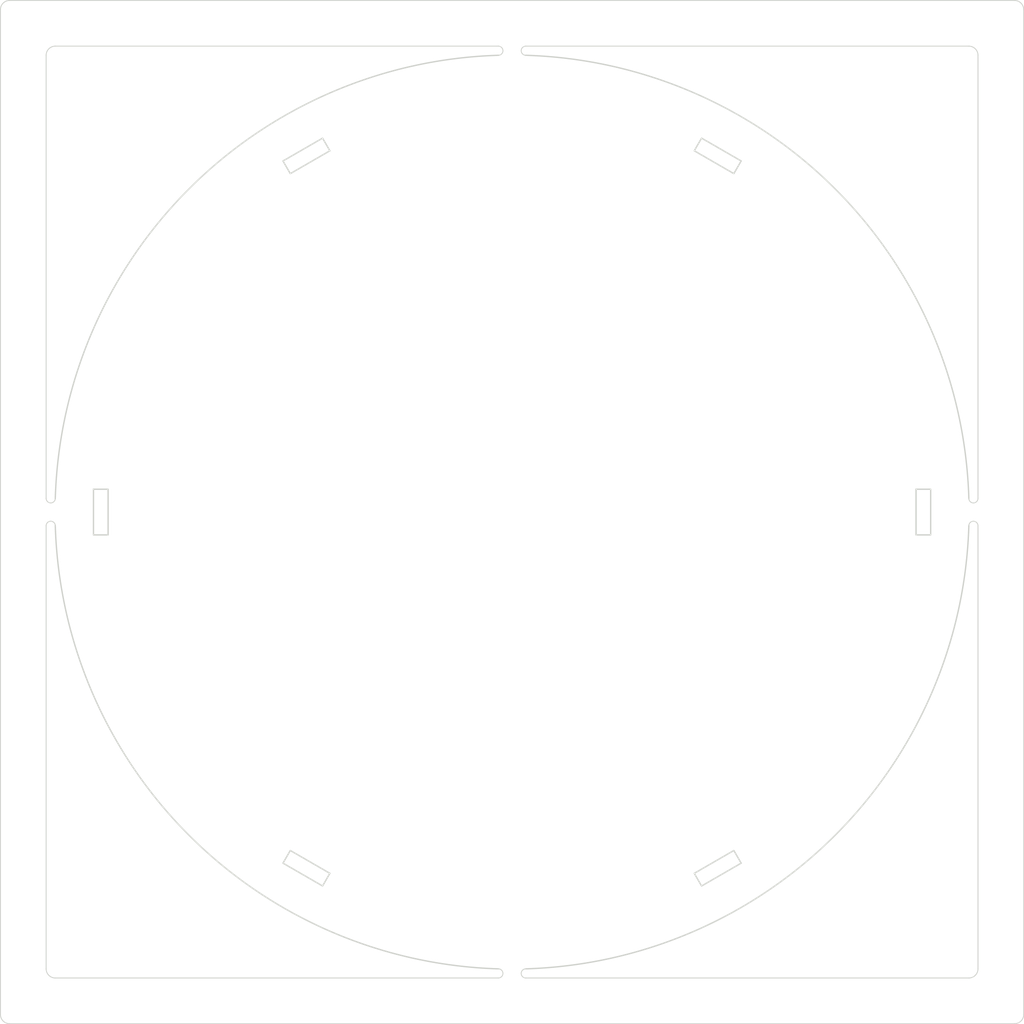
<source format=kicad_pcb>
(kicad_pcb (version 20221018) (generator pcbnew)
  (layers (0 "F.Cu" signal) (31 "B.Cu" signal) (34 "B.Paste" user) (35 "F.Paste" user) (36 "B.SilkS" user "B.Silkscreen") (37 "F.SilkS" user "F.Silkscreen") (38 "B.Mask" user) (39 "F.Mask" user) (44 "Edge.Cuts" user))
  (net 0 "")
  (footprint "1.MouseCut:mouse-bite-1mm-slot" (layer "F.Cu") (at 73.642325 124.279515 180)
    (fp_text reference "mouse-bite-1mm-slot3" hide)
    (fp_text value "VAL**" hide)
    (fp_arc (start -1.5 -0.5) (mid -1 0) (end -1.5 0.5) (stroke (width 0.1)) (layer "Edge.Cuts"))
    (fp_arc (start 1.5 0.5) (mid 1 0) (end 1.5 -0.5) (stroke (width 0.1)) (layer "Edge.Cuts"))
    (pad "" np_thru_hole circle (at -1.15 -0.75 180) (size 0.5 0.5) (drill 0.5) (layers "F&B.Cu" "*.Mask"))
    (pad "" np_thru_hole circle (at -1.15 0.75 180) (size 0.5 0.5) (drill 0.5) (layers "F&B.Cu" "*.Mask"))
    (pad "" np_thru_hole circle (at -0.35 -1 180) (size 0.5 0.5) (drill 0.5) (layers "F&B.Cu" "*.Mask"))
    (pad "" np_thru_hole circle (at -0.35 1 180) (size 0.5 0.5) (drill 0.5) (layers "F&B.Cu" "*.Mask"))
    (pad "" np_thru_hole circle (at 0.35 -1 180) (size 0.5 0.5) (drill 0.5) (layers "F&B.Cu" "*.Mask"))
    (pad "" np_thru_hole circle (at 0.35 1 180) (size 0.5 0.5) (drill 0.5) (layers "F&B.Cu" "*.Mask"))
    (pad "" np_thru_hole circle (at 1.15 -0.75 180) (size 0.5 0.5) (drill 0.5) (layers "F&B.Cu" "*.Mask"))
    (pad "" np_thru_hole circle (at 1.15 0.75 180) (size 0.5 0.5) (drill 0.5) (layers "F&B.Cu" "*.Mask"))
  )
  (footprint "1.MouseCut:mouse-bite-1mm-slot" (layer "F.Cu") (at 124.120515 73.802675 -90)
    (fp_text reference "mouse-bite-1mm-slot" hide)
    (fp_text value "VAL**" hide)
    (fp_arc (start -1.5 -0.5) (mid -1 0) (end -1.5 0.5) (stroke (width 0.1)) (layer "Edge.Cuts"))
    (fp_arc (start 1.5 0.5) (mid 1 0) (end 1.5 -0.5) (stroke (width 0.1)) (layer "Edge.Cuts"))
    (pad "" np_thru_hole circle (at -1.15 -0.75 270) (size 0.5 0.5) (drill 0.5) (layers "F&B.Cu" "*.Mask"))
    (pad "" np_thru_hole circle (at -1.15 0.75 270) (size 0.5 0.5) (drill 0.5) (layers "F&B.Cu" "*.Mask"))
    (pad "" np_thru_hole circle (at -0.35 -1 270) (size 0.5 0.5) (drill 0.5) (layers "F&B.Cu" "*.Mask"))
    (pad "" np_thru_hole circle (at -0.35 1 270) (size 0.5 0.5) (drill 0.5) (layers "F&B.Cu" "*.Mask"))
    (pad "" np_thru_hole circle (at 0.35 -1 270) (size 0.5 0.5) (drill 0.5) (layers "F&B.Cu" "*.Mask"))
    (pad "" np_thru_hole circle (at 0.35 1 270) (size 0.5 0.5) (drill 0.5) (layers "F&B.Cu" "*.Mask"))
    (pad "" np_thru_hole circle (at 1.15 -0.75 270) (size 0.5 0.5) (drill 0.5) (layers "F&B.Cu" "*.Mask"))
    (pad "" np_thru_hole circle (at 1.15 0.75 270) (size 0.5 0.5) (drill 0.5) (layers "F&B.Cu" "*.Mask"))
  )
  (footprint "1.MouseCut:mouse-bite-1mm-slot" (layer "F.Cu") (at 73.643675 23.324485)
    (fp_text reference "mouse-bite-1mm-slot1" hide)
    (fp_text value "VAL**" hide)
    (fp_arc (start -1.5 -0.5) (mid -1 0) (end -1.5 0.5) (stroke (width 0.1)) (layer "Edge.Cuts"))
    (fp_arc (start 1.5 0.5) (mid 1 0) (end 1.5 -0.5) (stroke (width 0.1)) (layer "Edge.Cuts"))
    (pad "" np_thru_hole circle (at -1.15 -0.75) (size 0.5 0.5) (drill 0.5) (layers "F&B.Cu" "*.Mask"))
    (pad "" np_thru_hole circle (at -1.15 0.75) (size 0.5 0.5) (drill 0.5) (layers "F&B.Cu" "*.Mask"))
    (pad "" np_thru_hole circle (at -0.35 -1) (size 0.5 0.5) (drill 0.5) (layers "F&B.Cu" "*.Mask"))
    (pad "" np_thru_hole circle (at -0.35 1) (size 0.5 0.5) (drill 0.5) (layers "F&B.Cu" "*.Mask"))
    (pad "" np_thru_hole circle (at 0.35 -1) (size 0.5 0.5) (drill 0.5) (layers "F&B.Cu" "*.Mask"))
    (pad "" np_thru_hole circle (at 0.35 1) (size 0.5 0.5) (drill 0.5) (layers "F&B.Cu" "*.Mask"))
    (pad "" np_thru_hole circle (at 1.15 -0.75) (size 0.5 0.5) (drill 0.5) (layers "F&B.Cu" "*.Mask"))
    (pad "" np_thru_hole circle (at 1.15 0.75) (size 0.5 0.5) (drill 0.5) (layers "F&B.Cu" "*.Mask"))
  )
  (footprint "1.MouseCut:mouse-bite-1mm-slot" (layer "F.Cu") (at 23.165485 73.801325 90)
    (fp_text reference "mouse-bite-1mm-slot2" hide)
    (fp_text value "VAL**" hide)
    (fp_arc (start -1.5 -0.5) (mid -1 0) (end -1.5 0.5) (stroke (width 0.1)) (layer "Edge.Cuts"))
    (fp_arc (start 1.5 0.5) (mid 1 0) (end 1.5 -0.5) (stroke (width 0.1)) (layer "Edge.Cuts"))
    (pad "" np_thru_hole circle (at -1.15 -0.75 90) (size 0.5 0.5) (drill 0.5) (layers "F&B.Cu" "*.Mask"))
    (pad "" np_thru_hole circle (at -1.15 0.75 90) (size 0.5 0.5) (drill 0.5) (layers "F&B.Cu" "*.Mask"))
    (pad "" np_thru_hole circle (at -0.35 -1 90) (size 0.5 0.5) (drill 0.5) (layers "F&B.Cu" "*.Mask"))
    (pad "" np_thru_hole circle (at -0.35 1 90) (size 0.5 0.5) (drill 0.5) (layers "F&B.Cu" "*.Mask"))
    (pad "" np_thru_hole circle (at 0.35 -1 90) (size 0.5 0.5) (drill 0.5) (layers "F&B.Cu" "*.Mask"))
    (pad "" np_thru_hole circle (at 0.35 1 90) (size 0.5 0.5) (drill 0.5) (layers "F&B.Cu" "*.Mask"))
    (pad "" np_thru_hole circle (at 1.15 -0.75 90) (size 0.5 0.5) (drill 0.5) (layers "F&B.Cu" "*.Mask"))
    (pad "" np_thru_hole circle (at 1.15 0.75 90) (size 0.5 0.5) (drill 0.5) (layers "F&B.Cu" "*.Mask"))
  )
  (gr_arc (start 75.143674 23.824526) (mid 108.998816 38.447139) (end 123.620514 72.302675) (stroke (width 0.15)) (layer "Edge.Cuts"))
  (gr_line (start 75.143675 22.824485) (end 123.620668 22.824485) (stroke (width 0.1)) (layer "Edge.Cuts"))
  (gr_arc (start 123.620474 75.302674) (mid 108.997861 109.157816) (end 75.142325 123.779514) (stroke (width 0.15)) (layer "Edge.Cuts"))
  (gr_arc (start 17.665816 18.824663) (mid 17.9587 18.1177) (end 18.665663 17.824816) (stroke (width 0.1)) (layer "Edge.Cuts"))
  (gr_line (start 123.620668 124.779515) (end 75.142325 124.779515) (stroke (width 0.1)) (layer "Edge.Cuts"))
  (gr_arc (start 22.665485 23.824332) (mid 22.958363 23.117375) (end 23.665332 22.824485) (stroke (width 0.1)) (layer "Edge.Cuts"))
  (gr_arc (start 124.620515 123.779668) (mid 124.327637 124.486625) (end 123.620668 124.779515) (stroke (width 0.1)) (layer "Edge.Cuts"))
  (gr_arc (start 23.665332 124.779515) (mid 22.958375 124.486637) (end 22.665485 123.779668) (stroke (width 0.1)) (layer "Edge.Cuts"))
  (gr_poly (pts (xy 97.908064 110.830323) (xy 98.708064 112.215964) (xy 94.377937 114.715964) (xy 93.577937 113.330323)) (stroke (width 0.15)) (fill none) (layer "Edge.Cuts"))
  (gr_line (start 18.665663 129.779184) (end 128.620337 129.779184) (stroke (width 0.1)) (layer "Edge.Cuts"))
  (gr_arc (start 128.620337 17.824816) (mid 129.3273 18.1177) (end 129.620184 18.824663) (stroke (width 0.1)) (layer "Edge.Cuts"))
  (gr_poly (pts (xy 53.708064 113.330323) (xy 52.908064 114.715964) (xy 48.577937 112.215964) (xy 49.377937 110.830323)) (stroke (width 0.15)) (fill none) (layer "Edge.Cuts"))
  (gr_arc (start 72.142326 123.779474) (mid 38.287184 109.156861) (end 23.665486 75.301325) (stroke (width 0.15)) (layer "Edge.Cuts"))
  (gr_arc (start 18.665663 129.779184) (mid 17.9587 129.4863) (end 17.665816 128.779337) (stroke (width 0.1)) (layer "Edge.Cuts"))
  (gr_line (start 23.665332 22.824485) (end 72.143675 22.824485) (stroke (width 0.1)) (layer "Edge.Cuts"))
  (gr_arc (start 23.665526 72.301326) (mid 38.288139 38.446184) (end 72.143675 23.824486) (stroke (width 0.15)) (layer "Edge.Cuts"))
  (gr_line (start 124.620515 75.302675) (end 124.620515 123.779668) (stroke (width 0.1)) (layer "Edge.Cuts"))
  (gr_poly (pts (xy 93.577936 34.273677) (xy 94.377936 32.888036) (xy 98.708063 35.388036) (xy 97.908063 36.773677)) (stroke (width 0.15)) (fill none) (layer "Edge.Cuts"))
  (gr_line (start 72.142325 124.779515) (end 23.665332 124.779515) (stroke (width 0.1)) (layer "Edge.Cuts"))
  (gr_rect (start 117.843 71.302) (end 119.443 76.302) (stroke (width 0.15)) (fill none) (layer "Edge.Cuts"))
  (gr_line (start 17.665816 18.824663) (end 17.665816 128.779337) (stroke (width 0.1)) (layer "Edge.Cuts"))
  (gr_poly (pts (xy 49.377936 36.773677) (xy 48.577936 35.388036) (xy 52.908063 32.888036) (xy 53.708063 34.273677)) (stroke (width 0.15)) (fill none) (layer "Edge.Cuts"))
  (gr_line (start 22.665485 123.779668) (end 22.665485 75.301325) (stroke (width 0.1)) (layer "Edge.Cuts"))
  (gr_line (start 129.620184 128.779337) (end 129.620184 18.824663) (stroke (width 0.1)) (layer "Edge.Cuts"))
  (gr_line (start 124.620515 23.824332) (end 124.620515 72.302675) (stroke (width 0.1)) (layer "Edge.Cuts"))
  (gr_rect (start 27.843 71.302) (end 29.443 76.302) (stroke (width 0.15)) (fill none) (layer "Edge.Cuts"))
  (gr_line (start 128.620337 17.824816) (end 18.665663 17.824816) (stroke (width 0.1)) (layer "Edge.Cuts"))
  (gr_arc (start 123.620668 22.824485) (mid 124.327625 23.117363) (end 124.620515 23.824332) (stroke (width 0.1)) (layer "Edge.Cuts"))
  (gr_arc (start 129.620184 128.779337) (mid 129.3273 129.4863) (end 128.620337 129.779184) (stroke (width 0.1)) (layer "Edge.Cuts"))
  (gr_line (start 22.665485 72.301325) (end 22.665485 23.824332) (stroke (width 0.1)) (layer "Edge.Cuts"))
)
</source>
